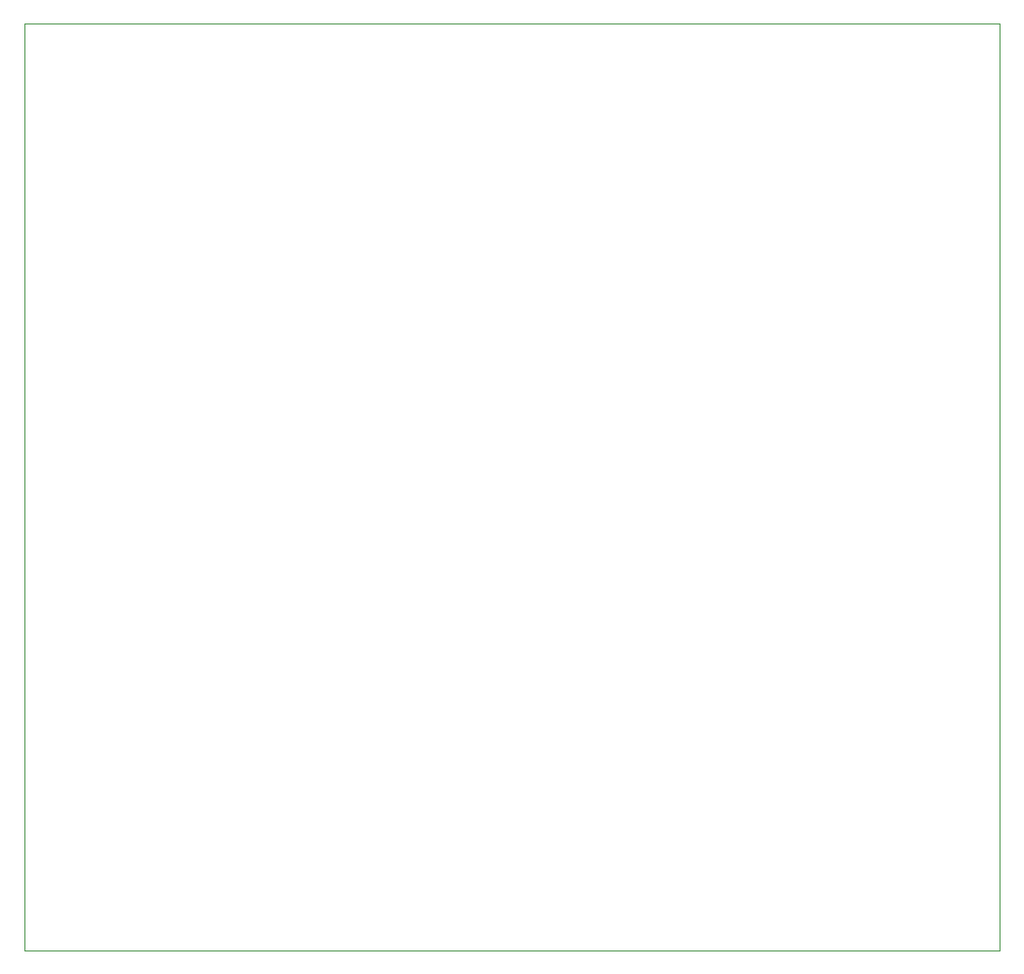
<source format=gbr>
%TF.GenerationSoftware,KiCad,Pcbnew,8.0.4*%
%TF.CreationDate,2024-09-01T11:51:46-07:00*%
%TF.ProjectId,chip_tester,63686970-5f74-4657-9374-65722e6b6963,rev?*%
%TF.SameCoordinates,Original*%
%TF.FileFunction,Profile,NP*%
%FSLAX46Y46*%
G04 Gerber Fmt 4.6, Leading zero omitted, Abs format (unit mm)*
G04 Created by KiCad (PCBNEW 8.0.4) date 2024-09-01 11:51:46*
%MOMM*%
%LPD*%
G01*
G04 APERTURE LIST*
%TA.AperFunction,Profile*%
%ADD10C,0.050000*%
%TD*%
G04 APERTURE END LIST*
D10*
X55000000Y-36000000D02*
X142750000Y-36000000D01*
X142750000Y-119500000D01*
X55000000Y-119500000D01*
X55000000Y-36000000D01*
M02*

</source>
